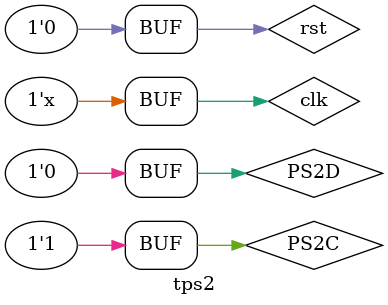
<source format=v>
`timescale 1ns / 1ps


module tps2();

reg clk;
reg rst;
reg PS2D;
reg PS2C;
wire flag;
wire [7:0]key;

ps2 ps2_keyboard( .clk(clk), .rst(rst), .PS2D(PS2D), .PS2C(PS2C), .flag(flag), .key(key));

//tecla A=0x1C = 00011100   
// Gerador de clock
  always begin
    #1 clk = ~clk;
  end

  // Teste básico
  initial begin
    // Inicialização
    clk = 0;
    rst = 1;
    PS2D = 1;
    PS2C = 1;

    // Aguardar alguns ciclos
    #50;
    
 rst=0;
 
 #20
 
 PS2C=1;
 PS2D=1;
 
 #5 PS2D=0;        //START BIT
 #5 PS2C=0;
 
 #5
 PS2C=1;
 PS2D=0; //BIT 0
 
 #5 PS2C=0;
 
 #5
 PS2C=1;
 PS2D=0;  //BIT1
 
  #5 PS2C=0;
 
  #5
 PS2C=1;
 PS2D=1;  //BIT2
 
  #5 PS2C=0;
 
  #5
 PS2C=1;
 PS2D=1;  //BIT3
 
  #5 PS2C=0;
 
  #5
 PS2C=1;
 PS2D=1;  //BIT4
 
  #5 PS2C=0;
 
  #5
 PS2C=1;
 PS2D=0;  //BIT5
 
  #5 PS2C=0;
 
  #5
 PS2C=1;
 PS2D=0;  //BIT6
 
  #5 PS2C=0;
 
  #5
 PS2C=1;
 PS2D=0;  //BIT7
 
  #5 PS2C=0;
  
  #5
 PS2C=1;
 PS2D=0;  //PARIDADE
 
  #5 PS2C=0;
 
 #5
 PS2C=1;
 PS2D=1; //STOP
 
 #5 PS2C=0;
 
 #5 PS2C=1;
 
 #40 //NOVA TECLA******************
 //tecla Z=0x1A = 00011010 
 
 PS2C=1;
 PS2D=1;   
 
 #5 PS2D=0;        //START BIT

 #5 PS2C=0;
 
 
 #5
 PS2C=1;
 PS2D=0;    //BIT0

 #5 PS2C=0;
 
 #5 
 PS2C=1;
 PS2D=1;    //BIT1

 #5 PS2C=0;
 
 #5
 PS2C=1;
 PS2D=0;    //BIT2

 #5 PS2C=0;
 
  #5
 PS2C=1;
 PS2D=1;    //BIT3

 #5 PS2C=0;
 
  #5
 PS2C=1;
 PS2D=1;    //BIT4

 #5 PS2C=0;
 
  #5
 PS2C=1;
 PS2D=0;    //BIT5

 #5 PS2C=0;
 
  #5
 PS2C=1;
 PS2D=0;    //BIT6

 #5 PS2C=0;
 
  #5
 PS2C=1;
 PS2D=0;    //BIT7

 #5 PS2C=0;
 
  #5
 PS2C=1;
 PS2D=1;    //PARIDADE

 #5 PS2C=0;
 
  #5
 PS2C=1;
 PS2D=1;    //STOP

 #5 PS2C=0;
 
 #5 PS2D=0;
 
 #5 PS2C=1;
 
 #100 //NOVA TECLA******************
 //tecla SPACE=29 = 00101001 
 
 PS2C=1;
 PS2D=1;   
 
 #5 PS2D=0;        //START BIT

 #5 PS2C=0;
 
 
 #5
 PS2C=1;
 PS2D=1;    //BIT0

 #5 PS2C=0;
 
 #5 
 PS2C=1;
 PS2D=0;    //BIT1

 #5 PS2C=0;
 
 #5
 PS2C=1;
 PS2D=0;    //BIT2

 #5 PS2C=0;
 
  #5
 PS2C=1;
 PS2D=1;    //BIT3

 #5 PS2C=0;

  #5
 PS2C=1;
 PS2D=0;    //BIT4

 #5 PS2C=0;
 
  #5
 PS2C=1;
 PS2D=1;    //BIT5

 #5 PS2C=0;
 
  #5
 PS2C=1;
 PS2D=0;    //BIT6

 #5 PS2C=0;
 
  #5
 PS2C=1;
 PS2D=0;    //BIT7

 #5 PS2C=0;
 
  #5
 PS2C=1;
 PS2D=0;    //PARIDADE

 #5 PS2C=0;
 
  #5
 PS2C=1;
 PS2D=1;    //STOP

 #5 PS2C=0;
 
 #5 PS2D=0;
 
 #5 PS2C=1;
 
 #100 //NOVA TECLA******************
 //tecla R=2D = 101101       -> PARIDADE TEM DE SER 1 	  
    
 PS2C=1;
 PS2D=1;   
 
 #5 PS2D=0;        //START BIT

 #5 PS2C=0;
 
 
 #5
 PS2C=1;
 PS2D=1;    //BIT0

 #5 PS2C=0;
 
 #5 
 PS2C=1;
 PS2D=0;    //BIT1

 #5 PS2C=0;
 
 #5
 PS2C=1;
 PS2D=1;    //BIT2

 #5 PS2C=0;
 
  #5
 PS2C=1;
 PS2D=1;    //BIT3

 #5 PS2C=0;

  #5
 PS2C=1;
 PS2D=0;    //BIT4

 #5 PS2C=0;
 
  #5
 PS2C=1;
 PS2D=1;    //BIT5

 #5 PS2C=0;
 
  #5
 PS2C=1;
 PS2D=0;    //BIT6

 #5 PS2C=0;
 
  #5
 PS2C=1;
 PS2D=0;    //BIT7

 #5 PS2C=0;
 
  #5
 PS2C=1;
 PS2D=1;    //PARIDADE

 #5 PS2C=0;
 
  #5
 PS2C=1;
 PS2D=1;    //STOP

 #5 PS2C=0;
 
 #5 PS2D=0;
 
 #5 PS2C=1;


 end
 
 

endmodule
</source>
